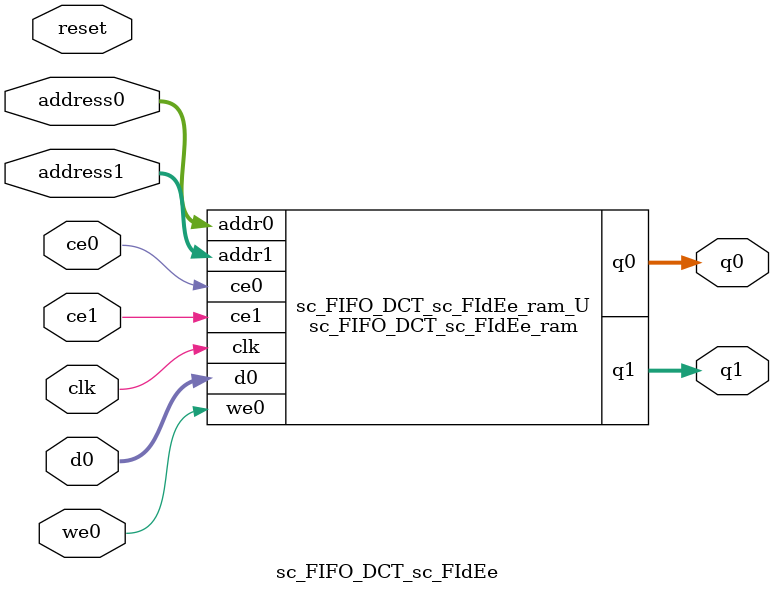
<source format=v>

`timescale 1 ns / 1 ps
module sc_FIFO_DCT_sc_FIdEe_ram (addr0, ce0, d0, we0, q0, addr1, ce1, q1,  clk);

parameter DWIDTH = 32;
parameter AWIDTH = 6;
parameter MEM_SIZE = 64;

input[AWIDTH-1:0] addr0;
input ce0;
input[DWIDTH-1:0] d0;
input we0;
output reg[DWIDTH-1:0] q0;
input[AWIDTH-1:0] addr1;
input ce1;
output reg[DWIDTH-1:0] q1;
input clk;

(* ram_style = "block" *)reg [DWIDTH-1:0] ram[0:MEM_SIZE-1];




always @(posedge clk)  
begin 
    if (ce0) 
    begin
        if (we0) 
        begin 
            ram[addr0] <= d0; 
            q0 <= d0;
        end 
        else 
            q0 <= ram[addr0];
    end
end


always @(posedge clk)  
begin 
    if (ce1) 
    begin
            q1 <= ram[addr1];
    end
end


endmodule


`timescale 1 ns / 1 ps
module sc_FIFO_DCT_sc_FIdEe(
    reset,
    clk,
    address0,
    ce0,
    we0,
    d0,
    q0,
    address1,
    ce1,
    q1);

parameter DataWidth = 32'd32;
parameter AddressRange = 32'd64;
parameter AddressWidth = 32'd6;
input reset;
input clk;
input[AddressWidth - 1:0] address0;
input ce0;
input we0;
input[DataWidth - 1:0] d0;
output[DataWidth - 1:0] q0;
input[AddressWidth - 1:0] address1;
input ce1;
output[DataWidth - 1:0] q1;



sc_FIFO_DCT_sc_FIdEe_ram sc_FIFO_DCT_sc_FIdEe_ram_U(
    .clk( clk ),
    .addr0( address0 ),
    .ce0( ce0 ),
    .d0( d0 ),
    .we0( we0 ),
    .q0( q0 ),
    .addr1( address1 ),
    .ce1( ce1 ),
    .q1( q1 ));

endmodule


</source>
